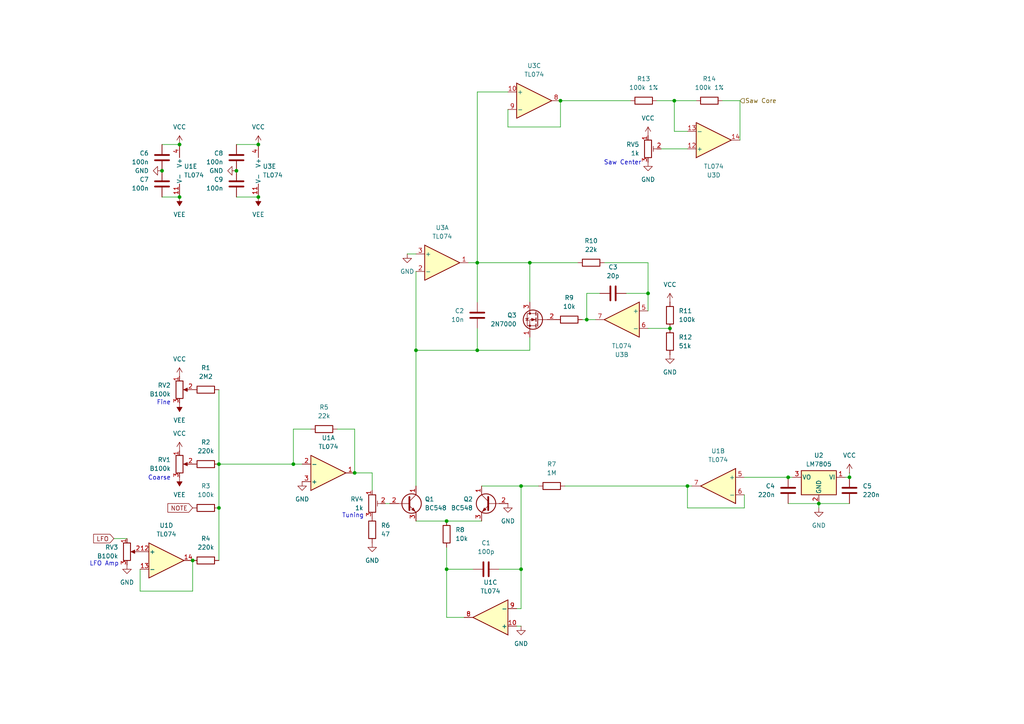
<source format=kicad_sch>
(kicad_sch (version 20250114) (generator "eeschema") (generator_version "9.0")
  (paper "A4")
  (lib_symbols
    (symbol "Amplifier_Operational:TL074" (pin_names (offset 0.127))
      (property "Reference" "U" (at 0 5.08 0))
      (property "Value" "TL074" (at 0 -5.08 0))
      (symbol "TL074_1_1"
        (polyline (pts (xy -5.08 5.08) (xy 5.08 0) (xy -5.08 -5.08) (xy -5.08 5.08)) (stroke (width 0.254)) (fill (type background)))
        (pin input line (at -7.62 2.54 0) (length 2.54) (name "+") (number "3"))
        (pin input line (at -7.62 -2.54 0) (length 2.54) (name "-") (number "2"))
        (pin output line (at 7.62 0 180) (length 2.54) (name "~") (number "1"))
      )
      (symbol "TL074_2_1"
        (polyline (pts (xy -5.08 5.08) (xy 5.08 0) (xy -5.08 -5.08) (xy -5.08 5.08)) (stroke (width 0.254)) (fill (type background)))
        (pin input line (at -7.62 2.54 0) (length 2.54) (name "+") (number "5"))
        (pin input line (at -7.62 -2.54 0) (length 2.54) (name "-") (number "6"))
        (pin output line (at 7.62 0 180) (length 2.54) (name "~") (number "7"))
      )
      (symbol "TL074_3_1"
        (polyline (pts (xy -5.08 5.08) (xy 5.08 0) (xy -5.08 -5.08) (xy -5.08 5.08)) (stroke (width 0.254)) (fill (type background)))
        (pin input line (at -7.62 2.54 0) (length 2.54) (name "+") (number "10"))
        (pin input line (at -7.62 -2.54 0) (length 2.54) (name "-") (number "9"))
        (pin output line (at 7.62 0 180) (length 2.54) (name "~") (number "8"))
      )
      (symbol "TL074_4_1"
        (polyline (pts (xy -5.08 5.08) (xy 5.08 0) (xy -5.08 -5.08) (xy -5.08 5.08)) (stroke (width 0.254)) (fill (type background)))
        (pin input line (at -7.62 2.54 0) (length 2.54) (name "+") (number "12"))
        (pin input line (at -7.62 -2.54 0) (length 2.54) (name "-") (number "13"))
        (pin output line (at 7.62 0 180) (length 2.54) (name "~") (number "14"))
      )
      (symbol "TL074_5_1"
        (pin power_in line (at -2.54 7.62 270) (length 3.81) (name "V+") (number "4"))
        (pin power_in line (at -2.54 -7.62 90) (length 3.81) (name "V-") (number "11"))
      )
    )
    (symbol "Device:C" (pin_numbers (hide yes)) (pin_names (offset 0.254))
      (property "Reference" "C" (at 0.635 2.54 0))
      (property "Value" "C" (at 0.635 -2.54 0))
      (symbol "C_0_1"
        (polyline (pts (xy -2.032 0.762) (xy 2.032 0.762)) (stroke (width 0.508)))
        (polyline (pts (xy -2.032 -0.762) (xy 2.032 -0.762)) (stroke (width 0.508)))
      )
      (symbol "C_1_1"
        (pin passive line (at 0 3.81 270) (length 2.794) (name "~") (number "1"))
        (pin passive line (at 0 -3.81 90) (length 2.794) (name "~") (number "2"))
      )
    )
    (symbol "Device:R" (pin_numbers (hide yes)) (pin_names (offset 0))
      (property "Reference" "R" (at 2.032 0 90))
      (property "Value" "R" (at 0 0 90))
      (symbol "R_0_1"
        (rectangle (start -1.016 -2.54) (end 1.016 2.54) (stroke (width 0.254)))
      )
      (symbol "R_1_1"
        (pin passive line (at 0 3.81 270) (length 1.27) (name "~") (number "1"))
        (pin passive line (at 0 -3.81 90) (length 1.27) (name "~") (number "2"))
      )
    )
    (symbol "Device:R_Potentiometer" (pin_names (offset 1.016) (hide yes))
      (property "Reference" "RV" (at -4.445 0 90))
      (property "Value" "R_Potentiometer" (at -2.54 0 90))
      (symbol "R_Potentiometer_0_1"
        (rectangle (start 1.016 2.54) (end -1.016 -2.54) (stroke (width 0.254)))
        (polyline (pts (xy 1.143 0) (xy 2.286 0.508) (xy 2.286 -0.508) (xy 1.143 0)) (fill (type outline)))
        (polyline (pts (xy 2.54 0) (xy 1.524 0)))
      )
      (symbol "R_Potentiometer_1_1"
        (pin passive line (at 0 3.81 270) (length 1.27) (name "1") (number "1"))
        (pin passive line (at 0 -3.81 90) (length 1.27) (name "3") (number "3"))
        (pin passive line (at 3.81 0 180) (length 1.27) (name "2") (number "2"))
      )
    )
    (symbol "Device:R_Potentiometer_Trim" (pin_names (offset 1.016) (hide yes))
      (property "Reference" "RV" (at -4.445 0 90))
      (property "Value" "R_Potentiometer_Trim" (at -2.54 0 90))
      (symbol "R_Potentiometer_Trim_0_1"
        (rectangle (start 1.016 2.54) (end -1.016 -2.54) (stroke (width 0.254)))
        (polyline (pts (xy 1.524 0.762) (xy 1.524 -0.762)))
        (polyline (pts (xy 2.54 0) (xy 1.524 0)))
      )
      (symbol "R_Potentiometer_Trim_1_1"
        (pin passive line (at 0 3.81 270) (length 1.27) (name "1") (number "1"))
        (pin passive line (at 0 -3.81 90) (length 1.27) (name "3") (number "3"))
        (pin passive line (at 3.81 0 180) (length 1.27) (name "2") (number "2"))
      )
    )
    (symbol "Regulator_Linear:LM7805_TO220" (pin_names (offset 0.254))
      (property "Reference" "U" (at -3.81 3.175 0))
      (property "Value" "LM7805_TO220" (at 0 3.175 0))
      (symbol "LM7805_TO220_0_1"
        (rectangle (start -5.08 1.905) (end 5.08 -5.08) (stroke (width 0.254)) (fill (type background)))
      )
      (symbol "LM7805_TO220_1_1"
        (pin power_in line (at -7.62 0 0) (length 2.54) (name "VI") (number "1"))
        (pin power_in line (at 0 -7.62 90) (length 2.54) (name "GND") (number "2"))
        (pin power_out line (at 7.62 0 180) (length 2.54) (name "VO") (number "3"))
      )
    )
    (symbol "Transistor_BJT:BC548" (pin_names (offset 0) (hide yes))
      (property "Reference" "Q" (at 5.08 1.905 0))
      (property "Value" "BC548" (at 5.08 0 0))
      (symbol "BC548_0_1"
        (polyline (pts (xy -2.54 0) (xy 0.635 0)))
        (polyline (pts (xy 0.635 1.905) (xy 0.635 -1.905)) (stroke (width 0.508)))
        (circle (center 1.27 0) (radius 2.8194) (stroke (width 0.254)))
      )
      (symbol "BC548_1_1"
        (polyline (pts (xy 0.635 0.635) (xy 2.54 2.54)))
        (polyline (pts (xy 0.635 -0.635) (xy 2.54 -2.54)))
        (polyline (pts (xy 1.27 -1.778) (xy 1.778 -1.27) (xy 2.286 -2.286) (xy 1.27 -1.778)) (fill (type outline)))
        (pin input line (at -5.08 0 0) (length 2.54) (name "B") (number "2"))
        (pin passive line (at 2.54 5.08 270) (length 2.54) (name "C") (number "1"))
        (pin passive line (at 2.54 -5.08 90) (length 2.54) (name "E") (number "3"))
      )
    )
    (symbol "Transistor_FET:2N7000" (pin_names (hide yes))
      (property "Reference" "Q" (at 5.08 1.905 0))
      (property "Value" "2N7000" (at 5.08 0 0))
      (symbol "2N7000_0_1"
        (polyline (pts (xy 0.254 1.905) (xy 0.254 -1.905)) (stroke (width 0.254)))
        (polyline (pts (xy 0.254 0) (xy -2.54 0)))
        (polyline (pts (xy 0.762 2.286) (xy 0.762 1.27)) (stroke (width 0.254)))
        (polyline (pts (xy 0.762 0.508) (xy 0.762 -0.508)) (stroke (width 0.254)))
        (polyline (pts (xy 0.762 -1.27) (xy 0.762 -2.286)) (stroke (width 0.254)))
        (polyline (pts (xy 0.762 -1.778) (xy 3.302 -1.778) (xy 3.302 1.778) (xy 0.762 1.778)))
        (polyline (pts (xy 1.016 0) (xy 2.032 0.381) (xy 2.032 -0.381) (xy 1.016 0)) (fill (type outline)))
        (circle (center 1.651 0) (radius 2.794) (stroke (width 0.254)))
        (polyline (pts (xy 2.54 2.54) (xy 2.54 1.778)))
        (circle (center 2.54 1.778) (radius 0.254) (fill (type outline)))
        (circle (center 2.54 -1.778) (radius 0.254) (fill (type outline)))
        (polyline (pts (xy 2.54 -2.54) (xy 2.54 0) (xy 0.762 0)))
        (polyline (pts (xy 2.794 0.508) (xy 2.921 0.381) (xy 3.683 0.381) (xy 3.81 0.254)))
        (polyline (pts (xy 3.302 0.381) (xy 2.921 -0.254) (xy 3.683 -0.254) (xy 3.302 0.381)))
      )
      (symbol "2N7000_1_1"
        (pin input line (at -5.08 0 0) (length 2.54) (name "G") (number "2"))
        (pin passive line (at 2.54 5.08 270) (length 2.54) (name "D") (number "3"))
        (pin passive line (at 2.54 -5.08 90) (length 2.54) (name "S") (number "1"))
      )
    )
    (symbol "power:GND" (power) (pin_numbers (hide yes)) (pin_names (offset 0) (hide yes))
      (property "Value" "GND" (at 0 -3.81 0))
      (symbol "GND_0_1"
        (polyline (pts (xy 0 0) (xy 0 -1.27) (xy 1.27 -1.27) (xy 0 -2.54) (xy -1.27 -1.27) (xy 0 -1.27)))
      )
      (symbol "GND_1_1"
        (pin power_in line (at 0 0 270) (length 0) (name "~") (number "1"))
      )
    )
    (symbol "power:VCC" (power) (pin_numbers (hide yes)) (pin_names (offset 0) (hide yes))
      (property "Value" "VCC" (at 0 3.556 0))
      (symbol "VCC_0_1"
        (polyline (pts (xy -0.762 1.27) (xy 0 2.54)))
        (polyline (pts (xy 0 2.54) (xy 0.762 1.27)))
        (polyline (pts (xy 0 0) (xy 0 2.54)))
      )
      (symbol "VCC_1_1"
        (pin power_in line (at 0 0 90) (length 0) (name "~") (number "1"))
      )
    )
    (symbol "power:VEE" (power) (pin_numbers (hide yes)) (pin_names (offset 0) (hide yes))
      (property "Value" "VEE" (at 0 3.556 0))
      (symbol "VEE_0_1"
        (polyline (pts (xy 0 0) (xy 0 2.54)))
        (polyline (pts (xy 0.762 1.27) (xy -0.762 1.27) (xy 0 2.54) (xy 0.762 1.27)) (fill (type outline)))
      )
      (symbol "VEE_1_1"
        (pin power_in line (at 0 0 90) (length 0) (name "~") (number "1"))
      )
    )
  )
  (text "Fine" (at 47.498 116.84 0) (effects (font (size 1.27 1.27))))
  (text "Coarse" (at 46.228 138.684 0) (effects (font (size 1.27 1.27))))
  (text "Tuning" (at 102.362 149.606 0) (effects (font (size 1.27 1.27))))
  (text "LFO Amp" (at 30.226 163.576 0) (effects (font (size 1.27 1.27))))
  (text "Saw Center\n" (at 180.594 47.244 0) (effects (font (size 1.27 1.27))))
  (junction (at 63.5 147.32))
  (junction (at 237.49 146.05))
  (junction (at 52.07 57.15))
  (junction (at 74.93 41.91))
  (junction (at 129.54 151.13))
  (junction (at 170.18 92.71))
  (junction (at 194.31 95.25))
  (junction (at 187.96 85.09))
  (junction (at 162.56 29.21))
  (junction (at 129.54 165.1))
  (junction (at 46.99 49.53))
  (junction (at 138.43 101.6))
  (junction (at 120.65 101.6))
  (junction (at 228.6 138.43))
  (junction (at 68.58 49.53))
  (junction (at 151.13 165.1))
  (junction (at 195.58 29.21))
  (junction (at 55.88 162.56))
  (junction (at 52.07 41.91))
  (junction (at 85.09 134.62))
  (junction (at 153.67 76.2))
  (junction (at 63.5 134.62))
  (junction (at 199.39 140.97))
  (junction (at 74.93 57.15))
  (junction (at 102.87 137.16))
  (junction (at 246.38 138.43))
  (junction (at 151.13 140.97))
  (junction (at 138.43 76.2))
  (wire (pts (xy 153.67 101.6) (xy 153.67 97.79)))
  (wire (pts (xy 151.13 165.1) (xy 151.13 140.97)))
  (wire (pts (xy 187.96 76.2) (xy 187.96 85.09)))
  (wire (pts (xy 55.88 171.45) (xy 55.88 162.56)))
  (wire (pts (xy 195.58 29.21) (xy 195.58 38.1)))
  (wire (pts (xy 199.39 140.97) (xy 163.83 140.97)))
  (wire (pts (xy 147.32 26.67) (xy 138.43 26.67)))
  (wire (pts (xy 118.11 73.66) (xy 120.65 73.66)))
  (wire (pts (xy 215.9 138.43) (xy 228.6 138.43)))
  (wire (pts (xy 68.58 57.15) (xy 74.93 57.15)))
  (wire (pts (xy 120.65 151.13) (xy 129.54 151.13)))
  (wire (pts (xy 138.43 95.25) (xy 138.43 101.6)))
  (wire (pts (xy 214.63 29.21) (xy 214.63 40.64)))
  (wire (pts (xy 175.26 76.2) (xy 187.96 76.2)))
  (wire (pts (xy 129.54 151.13) (xy 139.7 151.13)))
  (wire (pts (xy 147.32 36.83) (xy 162.56 36.83)))
  (wire (pts (xy 215.9 143.51) (xy 215.9 147.32)))
  (wire (pts (xy 237.49 146.05) (xy 237.49 147.32)))
  (wire (pts (xy 170.18 92.71) (xy 172.72 92.71)))
  (wire (pts (xy 102.87 124.46) (xy 102.87 137.16)))
  (wire (pts (xy 63.5 147.32) (xy 63.5 162.56)))
  (wire (pts (xy 90.17 124.46) (xy 85.09 124.46)))
  (wire (pts (xy 138.43 26.67) (xy 138.43 76.2)))
  (wire (pts (xy 162.56 29.21) (xy 182.88 29.21)))
  (wire (pts (xy 63.5 134.62) (xy 85.09 134.62)))
  (wire (pts (xy 195.58 38.1) (xy 199.39 38.1)))
  (wire (pts (xy 85.09 124.46) (xy 85.09 134.62)))
  (wire (pts (xy 40.64 171.45) (xy 55.88 171.45)))
  (wire (pts (xy 129.54 179.07) (xy 134.62 179.07)))
  (wire (pts (xy 46.99 57.15) (xy 52.07 57.15)))
  (wire (pts (xy 170.18 85.09) (xy 173.99 85.09)))
  (wire (pts (xy 85.09 134.62) (xy 87.63 134.62)))
  (wire (pts (xy 201.93 29.21) (xy 195.58 29.21)))
  (wire (pts (xy 151.13 176.53) (xy 149.86 176.53)))
  (wire (pts (xy 153.67 76.2) (xy 138.43 76.2)))
  (wire (pts (xy 199.39 147.32) (xy 199.39 140.97)))
  (wire (pts (xy 191.77 43.18) (xy 199.39 43.18)))
  (wire (pts (xy 46.99 41.91) (xy 52.07 41.91)))
  (wire (pts (xy 200.66 140.97) (xy 199.39 140.97)))
  (wire (pts (xy 151.13 165.1) (xy 151.13 176.53)))
  (wire (pts (xy 97.79 124.46) (xy 102.87 124.46)))
  (wire (pts (xy 138.43 76.2) (xy 138.43 87.63)))
  (wire (pts (xy 246.38 138.43) (xy 245.11 138.43)))
  (wire (pts (xy 120.65 101.6) (xy 120.65 140.97)))
  (wire (pts (xy 215.9 147.32) (xy 199.39 147.32)))
  (wire (pts (xy 162.56 36.83) (xy 162.56 29.21)))
  (wire (pts (xy 107.95 142.24) (xy 107.95 137.16)))
  (wire (pts (xy 187.96 85.09) (xy 187.96 90.17)))
  (wire (pts (xy 149.86 181.61) (xy 151.13 181.61)))
  (wire (pts (xy 120.65 78.74) (xy 120.65 101.6)))
  (wire (pts (xy 190.5 29.21) (xy 195.58 29.21)))
  (wire (pts (xy 246.38 138.43) (xy 246.38 137.16)))
  (wire (pts (xy 120.65 101.6) (xy 138.43 101.6)))
  (wire (pts (xy 129.54 158.75) (xy 129.54 165.1)))
  (wire (pts (xy 144.78 165.1) (xy 151.13 165.1)))
  (wire (pts (xy 170.18 85.09) (xy 170.18 92.71)))
  (wire (pts (xy 147.32 31.75) (xy 147.32 36.83)))
  (wire (pts (xy 63.5 113.03) (xy 63.5 134.62)))
  (wire (pts (xy 107.95 137.16) (xy 102.87 137.16)))
  (wire (pts (xy 68.58 41.91) (xy 74.93 41.91)))
  (wire (pts (xy 113.03 146.05) (xy 111.76 146.05)))
  (wire (pts (xy 209.55 29.21) (xy 214.63 29.21)))
  (wire (pts (xy 187.96 95.25) (xy 194.31 95.25)))
  (wire (pts (xy 237.49 146.05) (xy 246.38 146.05)))
  (wire (pts (xy 228.6 138.43) (xy 229.87 138.43)))
  (wire (pts (xy 129.54 165.1) (xy 137.16 165.1)))
  (wire (pts (xy 228.6 146.05) (xy 237.49 146.05)))
  (wire (pts (xy 63.5 134.62) (xy 63.5 147.32)))
  (wire (pts (xy 33.02 156.21) (xy 36.83 156.21)))
  (wire (pts (xy 138.43 76.2) (xy 135.89 76.2)))
  (wire (pts (xy 129.54 165.1) (xy 129.54 179.07)))
  (wire (pts (xy 181.61 85.09) (xy 187.96 85.09)))
  (wire (pts (xy 151.13 140.97) (xy 139.7 140.97)))
  (wire (pts (xy 156.21 140.97) (xy 151.13 140.97)))
  (wire (pts (xy 138.43 101.6) (xy 153.67 101.6)))
  (wire (pts (xy 153.67 76.2) (xy 153.67 87.63)))
  (wire (pts (xy 167.64 76.2) (xy 153.67 76.2)))
  (wire (pts (xy 40.64 165.1) (xy 40.64 171.45)))
  (wire (pts (xy 170.18 92.71) (xy 168.91 92.71)))
  (global_label "LFO" (shape input) (at 33.02 156.21 180) (property "Intersheetrefs" "${INTERSHEET_REFS}" (effects (hide yes))))
  (global_label "NOTE" (shape input) (at 55.88 147.32 180) (property "Intersheetrefs" "${INTERSHEET_REFS}" (effects (hide yes))))
  (hierarchical_label "Saw Core" (shape input) (at 214.63 29.21 0))
  (symbol (lib_id "power:GND") (at 118.11 73.66 0) (unit 1)
    (property "Reference" "#PWR017" (effects (hide yes)))
    (property "Value" "GND" (at 118.11 78.74 0))
    (property "Description" "Power symbol creates a global label with name \"GND\" , ground" (effects (hide yes)))
  )
  (symbol (lib_id "power:GND") (at 107.95 157.48 0) (unit 1)
    (property "Reference" "#PWR012" (effects (hide yes)))
    (property "Value" "GND" (at 107.95 162.56 0))
    (property "Description" "Power symbol creates a global label with name \"GND\" , ground" (effects (hide yes)))
  )
  (symbol (lib_id "Device:C") (at 68.58 45.72 0) (mirror y) (unit 1)
    (property "Reference" "C8" (at 64.77 44.4499 0) (effects (justify left)))
    (property "Value" "100n" (at 64.77 46.9899 0) (effects (justify left)))
    (property "Footprint" "User:C_Rect_P5.00mm_CNC" (effects (hide yes)))
    (property "Description" "Unpolarized capacitor" (effects (hide yes)))
  )
  (symbol (lib_id "Transistor_BJT:BC548") (at 142.24 146.05 0) (mirror y) (unit 1)
    (property "Reference" "Q2" (at 137.16 144.7799 0) (effects (justify left)))
    (property "Value" "BC548" (at 137.16 147.3199 0) (effects (justify left)))
    (property "Footprint" "Package_TO_SOT_THT:TO-92_Inline" (effects (hide yes)))
    (property "Datasheet" "https://www.onsemi.com/pub/Collateral/BC550-D.pdf" (effects (hide yes)))
    (property "Description" "0.1A Ic, 30V Vce, Small Signal NPN Transistor, TO-92" (effects (hide yes)))
  )
  (symbol (lib_id "power:GND") (at 46.99 49.53 270) (unit 1)
    (property "Reference" "#PWR022" (effects (hide yes)))
    (property "Value" "GND" (at 43.18 49.5299 90) (effects (justify right)))
    (property "Description" "Power symbol creates a global label with name \"GND\" , ground" (effects (hide yes)))
  )
  (symbol (lib_id "Device:R") (at 59.69 134.62 90) (unit 1)
    (property "Reference" "R2" (at 59.69 128.27 90))
    (property "Value" "220k" (at 59.69 130.81 90))
    (property "Footprint" "User:R_10.16mm_CNC" (effects (hide yes)))
    (property "Description" "Resistor" (effects (hide yes)))
  )
  (symbol (lib_id "Device:R") (at 194.31 91.44 180) (unit 1)
    (property "Reference" "R11" (at 196.85 90.1699 0) (effects (justify right)))
    (property "Value" "100k" (at 196.85 92.7099 0) (effects (justify right)))
    (property "Footprint" "User:R_10.16mm_CNC" (effects (hide yes)))
    (property "Description" "Resistor" (effects (hide yes)))
  )
  (symbol (lib_id "Device:R") (at 160.02 140.97 270) (unit 1)
    (property "Reference" "R7" (at 160.02 134.62 90))
    (property "Value" "1M" (at 160.02 137.16 90))
    (property "Footprint" "User:R_10.16mm_CNC" (effects (hide yes)))
    (property "Description" "Resistor" (effects (hide yes)))
  )
  (symbol (lib_id "Device:R") (at 194.31 99.06 180) (unit 1)
    (property "Reference" "R12" (at 196.85 97.7899 0) (effects (justify right)))
    (property "Value" "51k" (at 196.85 100.3299 0) (effects (justify right)))
    (property "Footprint" "User:R_10.16mm_CNC" (effects (hide yes)))
    (property "Description" "Resistor" (effects (hide yes)))
  )
  (symbol (lib_id "power:VCC") (at 74.93 41.91 0) (unit 1)
    (property "Reference" "#PWR020" (effects (hide yes)))
    (property "Value" "VCC" (at 74.93 36.83 0))
    (property "Description" "Power symbol creates a global label with name \"VCC\"" (effects (hide yes)))
  )
  (symbol (lib_id "Amplifier_Operational:TL074") (at 77.47 49.53 0) (unit 5)
    (property "Reference" "U3" (at 76.2 48.2599 0) (effects (justify left)))
    (property "Value" "TL074" (at 76.2 50.7999 0) (effects (justify left)))
    (property "Datasheet" "http://www.ti.com/lit/ds/symlink/tl071.pdf" (effects (hide yes)))
    (property "Description" "Quad Low-Noise JFET-Input Operational Amplifiers, DIP-14/SOIC-14" (effects (hide yes)))
  )
  (symbol (lib_id "Device:C") (at 246.38 142.24 180) (unit 1)
    (property "Reference" "C5" (at 250.19 140.9699 0) (effects (justify right)))
    (property "Value" "220n" (at 250.19 143.5099 0) (effects (justify right)))
    (property "Footprint" "User:C_Rect_P5.00mm_CNC" (effects (hide yes)))
    (property "Description" "Unpolarized capacitor" (effects (hide yes)))
  )
  (symbol (lib_id "Device:R_Potentiometer") (at 52.07 134.62 0) (unit 1)
    (property "Reference" "RV1" (at 49.53 133.3499 0) (effects (justify right)))
    (property "Value" "B100k" (at 49.53 135.8899 0) (effects (justify right)))
    (property "Footprint" "User:Potentiometer_PanelMount_CNC" (effects (hide yes)))
    (property "Description" "Potentiometer" (effects (hide yes)))
  )
  (symbol (lib_id "Amplifier_Operational:TL074") (at 154.94 29.21 0) (unit 3)
    (property "Reference" "U3" (at 154.94 19.05 0))
    (property "Value" "TL074" (at 154.94 21.59 0))
    (property "Datasheet" "http://www.ti.com/lit/ds/symlink/tl071.pdf" (effects (hide yes)))
    (property "Description" "Quad Low-Noise JFET-Input Operational Amplifiers, DIP-14/SOIC-14" (effects (hide yes)))
  )
  (symbol (lib_id "Device:C") (at 68.58 53.34 0) (mirror y) (unit 1)
    (property "Reference" "C9" (at 64.77 52.0699 0) (effects (justify left)))
    (property "Value" "100n" (at 64.77 54.6099 0) (effects (justify left)))
    (property "Footprint" "User:C_Rect_P5.00mm_CNC" (effects (hide yes)))
    (property "Description" "Unpolarized capacitor" (effects (hide yes)))
  )
  (symbol (lib_id "Device:R") (at 171.45 76.2 90) (unit 1)
    (property "Reference" "R10" (at 171.45 69.85 90))
    (property "Value" "22k" (at 171.45 72.39 90))
    (property "Footprint" "User:R_10.16mm_CNC" (effects (hide yes)))
    (property "Description" "Resistor" (effects (hide yes)))
  )
  (symbol (lib_id "Amplifier_Operational:TL074") (at 95.25 137.16 0) (mirror x) (unit 1)
    (property "Reference" "U1" (at 95.25 127 0))
    (property "Value" "TL074" (at 95.25 129.54 0))
    (property "Footprint" "User:DIP-14_CNC" (effects (hide yes)))
    (property "Datasheet" "http://www.ti.com/lit/ds/symlink/tl071.pdf" (effects (hide yes)))
    (property "Description" "Quad Low-Noise JFET-Input Operational Amplifiers, DIP-14/SOIC-14" (effects (hide yes)))
  )
  (symbol (lib_id "Device:R") (at 59.69 162.56 90) (unit 1)
    (property "Reference" "R4" (at 59.69 156.21 90))
    (property "Value" "220k" (at 59.69 158.75 90))
    (property "Footprint" "User:R_10.16mm_CNC" (effects (hide yes)))
    (property "Description" "Resistor" (effects (hide yes)))
  )
  (symbol (lib_id "Device:R_Potentiometer_Trim") (at 187.96 43.18 0) (unit 1)
    (property "Reference" "RV5" (at 185.42 41.9099 0) (effects (justify right)))
    (property "Value" "1k" (at 185.42 44.4499 0) (effects (justify right)))
    (property "Description" "Trim-potentiometer" (effects (hide yes)))
  )
  (symbol (lib_id "Device:R") (at 186.69 29.21 90) (unit 1)
    (property "Reference" "R13" (at 186.69 22.86 90))
    (property "Value" "100k 1%" (at 186.69 25.4 90))
    (property "Footprint" "User:R_10.16mm_CNC" (effects (hide yes)))
    (property "Description" "Resistor" (effects (hide yes)))
  )
  (symbol (lib_id "power:GND") (at 237.49 147.32 0) (unit 1)
    (property "Reference" "#PWR014" (effects (hide yes)))
    (property "Value" "GND" (at 237.49 152.4 0))
    (property "Description" "Power symbol creates a global label with name \"GND\" , ground" (effects (hide yes)))
  )
  (symbol (lib_id "Transistor_FET:2N7000") (at 156.21 92.71 0) (mirror y) (unit 1)
    (property "Reference" "Q3" (at 149.86 91.4399 0) (effects (justify left)))
    (property "Value" "2N7000" (at 149.86 93.9799 0) (effects (justify left)))
    (property "Footprint" "Package_TO_SOT_THT:TO-92_Inline" (effects (hide yes)))
    (property "Datasheet" "https://www.vishay.com/docs/70226/70226.pdf" (effects (hide yes)))
    (property "Description" "0.2A Id, 200V Vds, N-Channel MOSFET, 2.6V Logic Level, TO-92" (effects (hide yes)))
  )
  (symbol (lib_id "Device:R") (at 107.95 153.67 180) (unit 1)
    (property "Reference" "R6" (at 110.49 152.3999 0) (effects (justify right)))
    (property "Value" "47" (at 110.49 154.9399 0) (effects (justify right)))
    (property "Footprint" "User:R_10.16mm_CNC" (effects (hide yes)))
    (property "Description" "Resistor" (effects (hide yes)))
  )
  (symbol (lib_id "Device:C") (at 46.99 53.34 0) (mirror y) (unit 1)
    (property "Reference" "C7" (at 43.18 52.0699 0) (effects (justify left)))
    (property "Value" "100n" (at 43.18 54.6099 0) (effects (justify left)))
    (property "Footprint" "User:C_Rect_P5.00mm_CNC" (effects (hide yes)))
    (property "Description" "Unpolarized capacitor" (effects (hide yes)))
  )
  (symbol (lib_id "Device:R_Potentiometer") (at 36.83 160.02 0) (unit 1)
    (property "Reference" "RV3" (at 34.29 158.7499 0) (effects (justify right)))
    (property "Value" "B100k" (at 34.29 161.2899 0) (effects (justify right)))
    (property "Footprint" "User:Potentiometer_PanelMount_CNC" (effects (hide yes)))
    (property "Description" "Potentiometer" (effects (hide yes)))
  )
  (symbol (lib_id "Device:R") (at 59.69 147.32 90) (unit 1)
    (property "Reference" "R3" (at 59.69 140.97 90))
    (property "Value" "100k" (at 59.69 143.51 90))
    (property "Footprint" "User:R_10.16mm_CNC" (effects (hide yes)))
    (property "Description" "Resistor" (effects (hide yes)))
  )
  (symbol (lib_id "Device:C") (at 140.97 165.1 90) (unit 1)
    (property "Reference" "C1" (at 140.97 157.48 90))
    (property "Value" "100p" (at 140.97 160.02 90))
    (property "Footprint" "User:C_Rect_P5.00mm_CNC" (effects (hide yes)))
    (property "Description" "Unpolarized capacitor" (effects (hide yes)))
  )
  (symbol (lib_id "power:VEE") (at 52.07 116.84 180) (unit 1)
    (property "Reference" "#PWR05" (effects (hide yes)))
    (property "Value" "VEE" (at 52.07 121.92 0))
    (property "Description" "Power symbol creates a global label with name \"VEE\"" (effects (hide yes)))
  )
  (symbol (lib_id "Amplifier_Operational:TL074") (at 54.61 49.53 0) (unit 5)
    (property "Reference" "U1" (at 53.34 48.2599 0) (effects (justify left)))
    (property "Value" "TL074" (at 53.34 50.7999 0) (effects (justify left)))
    (property "Footprint" "User:DIP-14_CNC" (effects (hide yes)))
    (property "Datasheet" "http://www.ti.com/lit/ds/symlink/tl071.pdf" (effects (hide yes)))
    (property "Description" "Quad Low-Noise JFET-Input Operational Amplifiers, DIP-14/SOIC-14" (effects (hide yes)))
  )
  (symbol (lib_id "Device:R_Potentiometer_Trim") (at 107.95 146.05 0) (unit 1)
    (property "Reference" "RV4" (at 105.41 144.7799 0) (effects (justify right)))
    (property "Value" "1k" (at 105.41 147.3199 0) (effects (justify right)))
    (property "Description" "Trim-potentiometer" (effects (hide yes)))
  )
  (symbol (lib_id "power:GND") (at 151.13 181.61 0) (unit 1)
    (property "Reference" "#PWR016" (effects (hide yes)))
    (property "Value" "GND" (at 151.13 186.69 0))
    (property "Description" "Power symbol creates a global label with name \"GND\" , ground" (effects (hide yes)))
  )
  (symbol (lib_id "power:GND") (at 147.32 146.05 0) (unit 1)
    (property "Reference" "#PWR013" (effects (hide yes)))
    (property "Value" "GND" (at 147.32 151.13 0))
    (property "Description" "Power symbol creates a global label with name \"GND\" , ground" (effects (hide yes)))
  )
  (symbol (lib_id "power:VCC") (at 194.31 87.63 0) (unit 1)
    (property "Reference" "#PWR019" (effects (hide yes)))
    (property "Value" "VCC" (at 194.31 82.55 0))
    (property "Description" "Power symbol creates a global label with name \"VCC\"" (effects (hide yes)))
  )
  (symbol (lib_id "Device:R") (at 129.54 154.94 180) (unit 1)
    (property "Reference" "R8" (at 132.08 153.6699 0) (effects (justify right)))
    (property "Value" "10k" (at 132.08 156.2099 0) (effects (justify right)))
    (property "Footprint" "User:R_10.16mm_CNC" (effects (hide yes)))
    (property "Description" "Resistor" (effects (hide yes)))
  )
  (symbol (lib_id "power:VEE") (at 52.07 57.15 180) (unit 1)
    (property "Reference" "#PWR09" (effects (hide yes)))
    (property "Value" "VEE" (at 52.07 62.23 0))
    (property "Description" "Power symbol creates a global label with name \"VEE\"" (effects (hide yes)))
  )
  (symbol (lib_id "Amplifier_Operational:TL074") (at 142.24 179.07 180) (unit 3)
    (property "Reference" "U1" (at 142.24 168.91 0))
    (property "Value" "TL074" (at 142.24 171.45 0))
    (property "Footprint" "User:DIP-14_CNC" (effects (hide yes)))
    (property "Datasheet" "http://www.ti.com/lit/ds/symlink/tl071.pdf" (effects (hide yes)))
    (property "Description" "Quad Low-Noise JFET-Input Operational Amplifiers, DIP-14/SOIC-14" (effects (hide yes)))
  )
  (symbol (lib_id "Device:C") (at 138.43 91.44 0) (unit 1)
    (property "Reference" "C2" (at 134.62 90.1699 0) (effects (justify right)))
    (property "Value" "10n" (at 134.62 92.7099 0) (effects (justify right)))
    (property "Footprint" "User:C_Rect_P5.00mm_CNC" (effects (hide yes)))
    (property "Description" "Unpolarized capacitor" (effects (hide yes)))
  )
  (symbol (lib_id "Transistor_BJT:BC548") (at 118.11 146.05 0) (unit 1)
    (property "Reference" "Q1" (at 123.19 144.7799 0) (effects (justify left)))
    (property "Value" "BC548" (at 123.19 147.3199 0) (effects (justify left)))
    (property "Footprint" "Package_TO_SOT_THT:TO-92_Inline" (effects (hide yes)))
    (property "Datasheet" "https://www.onsemi.com/pub/Collateral/BC550-D.pdf" (effects (hide yes)))
    (property "Description" "0.1A Ic, 30V Vce, Small Signal NPN Transistor, TO-92" (effects (hide yes)))
  )
  (symbol (lib_id "Amplifier_Operational:TL074") (at 180.34 92.71 0) (mirror y) (unit 2)
    (property "Reference" "U3" (at 180.34 102.87 0))
    (property "Value" "TL074" (at 180.34 100.33 0))
    (property "Datasheet" "http://www.ti.com/lit/ds/symlink/tl071.pdf" (effects (hide yes)))
    (property "Description" "Quad Low-Noise JFET-Input Operational Amplifiers, DIP-14/SOIC-14" (effects (hide yes)))
  )
  (symbol (lib_id "Device:R_Potentiometer") (at 52.07 113.03 0) (unit 1)
    (property "Reference" "RV2" (at 49.53 111.7599 0) (effects (justify right)))
    (property "Value" "B100k" (at 49.53 114.2999 0) (effects (justify right)))
    (property "Footprint" "User:Potentiometer_PanelMount_CNC" (effects (hide yes)))
    (property "Description" "Potentiometer" (effects (hide yes)))
  )
  (symbol (lib_id "Device:C") (at 46.99 45.72 0) (mirror y) (unit 1)
    (property "Reference" "C6" (at 43.18 44.4499 0) (effects (justify left)))
    (property "Value" "100n" (at 43.18 46.9899 0) (effects (justify left)))
    (property "Footprint" "User:C_Rect_P5.00mm_CNC" (effects (hide yes)))
    (property "Description" "Unpolarized capacitor" (effects (hide yes)))
  )
  (symbol (lib_id "power:VCC") (at 52.07 41.91 0) (unit 1)
    (property "Reference" "#PWR08" (effects (hide yes)))
    (property "Value" "VCC" (at 52.07 36.83 0))
    (property "Description" "Power symbol creates a global label with name \"VCC\"" (effects (hide yes)))
  )
  (symbol (lib_id "power:VCC") (at 187.96 39.37 0) (unit 1)
    (property "Reference" "#PWR024" (effects (hide yes)))
    (property "Value" "VCC" (at 187.96 34.29 0))
    (property "Description" "Power symbol creates a global label with name \"VCC\"" (effects (hide yes)))
  )
  (symbol (lib_id "Amplifier_Operational:TL074") (at 208.28 140.97 0) (mirror y) (unit 2)
    (property "Reference" "U1" (at 208.28 130.81 0))
    (property "Value" "TL074" (at 208.28 133.35 0))
    (property "Footprint" "User:DIP-14_CNC" (effects (hide yes)))
    (property "Datasheet" "http://www.ti.com/lit/ds/symlink/tl071.pdf" (effects (hide yes)))
    (property "Description" "Quad Low-Noise JFET-Input Operational Amplifiers, DIP-14/SOIC-14" (effects (hide yes)))
  )
  (symbol (lib_id "Amplifier_Operational:TL074") (at 207.01 40.64 0) (mirror x) (unit 4)
    (property "Reference" "U3" (at 207.01 50.8 0))
    (property "Value" "TL074" (at 207.01 48.26 0))
    (property "Datasheet" "http://www.ti.com/lit/ds/symlink/tl071.pdf" (effects (hide yes)))
    (property "Description" "Quad Low-Noise JFET-Input Operational Amplifiers, DIP-14/SOIC-14" (effects (hide yes)))
  )
  (symbol (lib_id "Amplifier_Operational:TL074") (at 48.26 162.56 0) (unit 4)
    (property "Reference" "U1" (at 48.26 152.4 0))
    (property "Value" "TL074" (at 48.26 154.94 0))
    (property "Footprint" "User:DIP-14_CNC" (effects (hide yes)))
    (property "Datasheet" "http://www.ti.com/lit/ds/symlink/tl071.pdf" (effects (hide yes)))
    (property "Description" "Quad Low-Noise JFET-Input Operational Amplifiers, DIP-14/SOIC-14" (effects (hide yes)))
  )
  (symbol (lib_id "Device:R") (at 93.98 124.46 90) (unit 1)
    (property "Reference" "R5" (at 93.98 118.11 90))
    (property "Value" "22k" (at 93.98 120.65 90))
    (property "Footprint" "User:R_10.16mm_CNC" (effects (hide yes)))
    (property "Description" "Resistor" (effects (hide yes)))
  )
  (symbol (lib_id "Device:C") (at 228.6 142.24 0) (mirror x) (unit 1)
    (property "Reference" "C4" (at 224.79 140.9699 0) (effects (justify right)))
    (property "Value" "220n" (at 224.79 143.5099 0) (effects (justify right)))
    (property "Footprint" "User:C_Rect_P5.00mm_CNC" (effects (hide yes)))
    (property "Description" "Unpolarized capacitor" (effects (hide yes)))
  )
  (symbol (lib_id "Device:R") (at 59.69 113.03 90) (unit 1)
    (property "Reference" "R1" (at 59.69 106.68 90))
    (property "Value" "2M2" (at 59.69 109.22 90))
    (property "Footprint" "User:R_10.16mm_CNC" (effects (hide yes)))
    (property "Description" "Resistor" (effects (hide yes)))
  )
  (symbol (lib_id "Device:C") (at 177.8 85.09 90) (unit 1)
    (property "Reference" "C3" (at 177.8 77.47 90))
    (property "Value" "20p" (at 177.8 80.01 90))
    (property "Footprint" "User:C_Rect_P5.00mm_CNC" (effects (hide yes)))
    (property "Description" "Unpolarized capacitor" (effects (hide yes)))
  )
  (symbol (lib_id "power:GND") (at 187.96 46.99 0) (unit 1)
    (property "Reference" "#PWR025" (effects (hide yes)))
    (property "Value" "GND" (at 187.96 52.07 0))
    (property "Description" "Power symbol creates a global label with name \"GND\" , ground" (effects (hide yes)))
  )
  (symbol (lib_id "Device:R") (at 205.74 29.21 90) (unit 1)
    (property "Reference" "R14" (at 205.74 22.86 90))
    (property "Value" "100k 1%" (at 205.74 25.4 90))
    (property "Footprint" "User:R_10.16mm_CNC" (effects (hide yes)))
    (property "Description" "Resistor" (effects (hide yes)))
  )
  (symbol (lib_id "power:GND") (at 194.31 102.87 0) (unit 1)
    (property "Reference" "#PWR018" (effects (hide yes)))
    (property "Value" "GND" (at 194.31 107.95 0))
    (property "Description" "Power symbol creates a global label with name \"GND\" , ground" (effects (hide yes)))
  )
  (symbol (lib_id "power:VEE") (at 74.93 57.15 180) (unit 1)
    (property "Reference" "#PWR021" (effects (hide yes)))
    (property "Value" "VEE" (at 74.93 62.23 0))
    (property "Description" "Power symbol creates a global label with name \"VEE\"" (effects (hide yes)))
  )
  (symbol (lib_id "Regulator_Linear:LM7805_TO220") (at 237.49 138.43 0) (mirror y) (unit 1)
    (property "Reference" "U2" (at 237.49 132.08 0))
    (property "Value" "LM7805" (at 237.49 134.62 0))
    (property "Footprint" "User:TO-220_CNC" (effects (hide yes)))
    (property "Datasheet" "https://www.onsemi.cn/PowerSolutions/document/MC7800-D.PDF" (effects (hide yes)))
    (property "Description" "Positive 1A 35V Linear Regulator, Fixed Output 5V, TO-220" (effects (hide yes)))
  )
  (symbol (lib_id "power:VCC") (at 52.07 109.22 0) (unit 1)
    (property "Reference" "#PWR07" (effects (hide yes)))
    (property "Value" "VCC" (at 52.07 104.14 0))
    (property "Description" "Power symbol creates a global label with name \"VCC\"" (effects (hide yes)))
  )
  (symbol (lib_id "power:VCC") (at 246.38 137.16 0) (unit 1)
    (property "Reference" "#PWR015" (effects (hide yes)))
    (property "Value" "VCC" (at 246.38 132.08 0))
    (property "Description" "Power symbol creates a global label with name \"VCC\"" (effects (hide yes)))
  )
  (symbol (lib_id "Amplifier_Operational:TL074") (at 128.27 76.2 0) (unit 1)
    (property "Reference" "U3" (at 128.27 66.04 0))
    (property "Value" "TL074" (at 128.27 68.58 0))
    (property "Datasheet" "http://www.ti.com/lit/ds/symlink/tl071.pdf" (effects (hide yes)))
    (property "Description" "Quad Low-Noise JFET-Input Operational Amplifiers, DIP-14/SOIC-14" (effects (hide yes)))
  )
  (symbol (lib_id "power:GND") (at 87.63 139.7 0) (unit 1)
    (property "Reference" "#PWR011" (effects (hide yes)))
    (property "Value" "GND" (at 87.63 144.78 0))
    (property "Description" "Power symbol creates a global label with name \"GND\" , ground" (effects (hide yes)))
  )
  (symbol (lib_id "power:GND") (at 36.83 163.83 0) (unit 1)
    (property "Reference" "#PWR010" (effects (hide yes)))
    (property "Value" "GND" (at 36.83 168.91 0))
    (property "Description" "Power symbol creates a global label with name \"GND\" , ground" (effects (hide yes)))
  )
  (symbol (lib_id "power:VEE") (at 52.07 138.43 180) (unit 1)
    (property "Reference" "#PWR04" (effects (hide yes)))
    (property "Value" "VEE" (at 52.07 143.51 0))
    (property "Description" "Power symbol creates a global label with name \"VEE\"" (effects (hide yes)))
  )
  (symbol (lib_id "Device:R") (at 165.1 92.71 90) (unit 1)
    (property "Reference" "R9" (at 165.1 86.36 90))
    (property "Value" "10k" (at 165.1 88.9 90))
    (property "Footprint" "User:R_10.16mm_CNC" (effects (hide yes)))
    (property "Description" "Resistor" (effects (hide yes)))
  )
  (symbol (lib_id "power:VCC") (at 52.07 130.81 0) (unit 1)
    (property "Reference" "#PWR06" (effects (hide yes)))
    (property "Value" "VCC" (at 52.07 125.73 0))
    (property "Description" "Power symbol creates a global label with name \"VCC\"" (effects (hide yes)))
  )
  (symbol (lib_id "power:GND") (at 68.58 49.53 270) (unit 1)
    (property "Reference" "#PWR023" (effects (hide yes)))
    (property "Value" "GND" (at 64.77 49.5299 90) (effects (justify right)))
    (property "Description" "Power symbol creates a global label with name \"GND\" , ground" (effects (hide yes)))
  )
)
</source>
